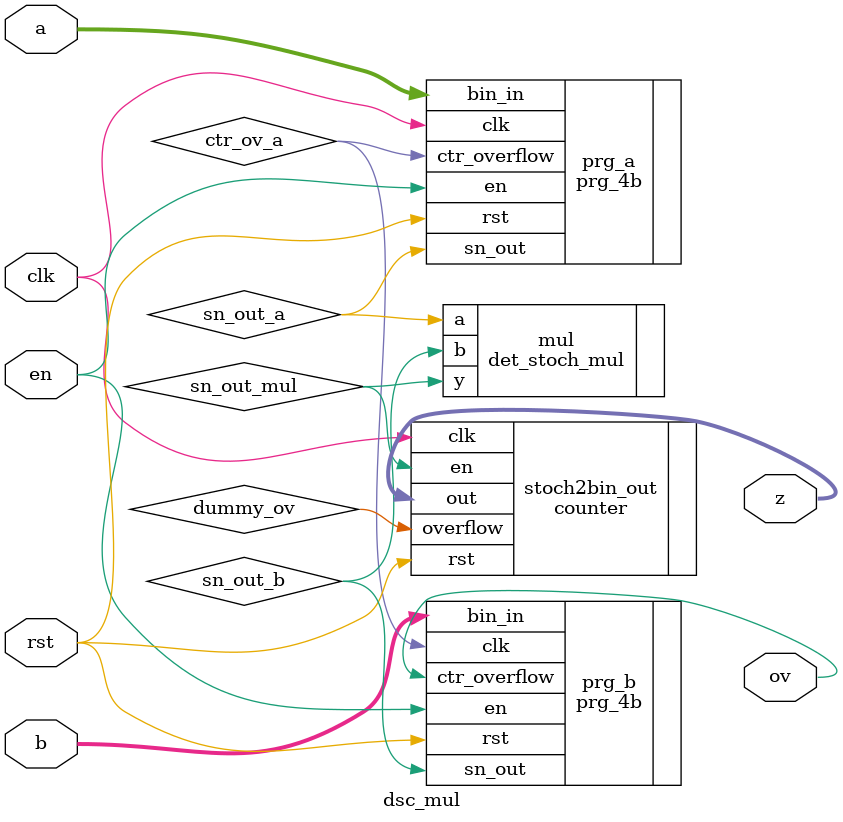
<source format=v>
`timescale 1 ns / 100 ps

`define SNG_WIDTH 4


module dsc_mul (
    a,
    b,
    z,
    clk,
    rst,
    en,
    ov);

   input [`SNG_WIDTH-1:0]        a,b;
   input                       clk,rst;
   input                       en;
   output [(2*`SNG_WIDTH)-1:0] z;
   output                      ov;
   

   wire                        sn_out_a,sn_out_b,sn_out_mul;
   wire                        ctr_ov_a,ctr_ov_b;
   wire                        dummy_ov;
   

   //SNG for input A
   prg_4b prg_a (
   .clk(clk),
   .rst(rst),
   .en(en),
   .bin_in(a),
   .sn_out(sn_out_a),
   .ctr_overflow(ctr_ov_a));

   //SNG for input B
   prg_4b prg_b (
   .clk(ctr_ov_a),
   .rst(rst),
   .en(en),
   .bin_in(b),
   .sn_out(sn_out_b),
   .ctr_overflow(ov));

//multiplier circuit
det_stoch_mul mul (
  .a(sn_out_a),
  .b(sn_out_b),
  .y(sn_out_mul)
);

//stoch2bin out
counter #(
  .WIDTH (2*`SNG_WIDTH)
) stoch2bin_out (
  .clk(clk),
  .rst(rst),
  .en(sn_out_mul),
  .out(z),
  .overflow(dummy_ov)
);
   
   
   
endmodule // dsc_mul



               







   
</source>
